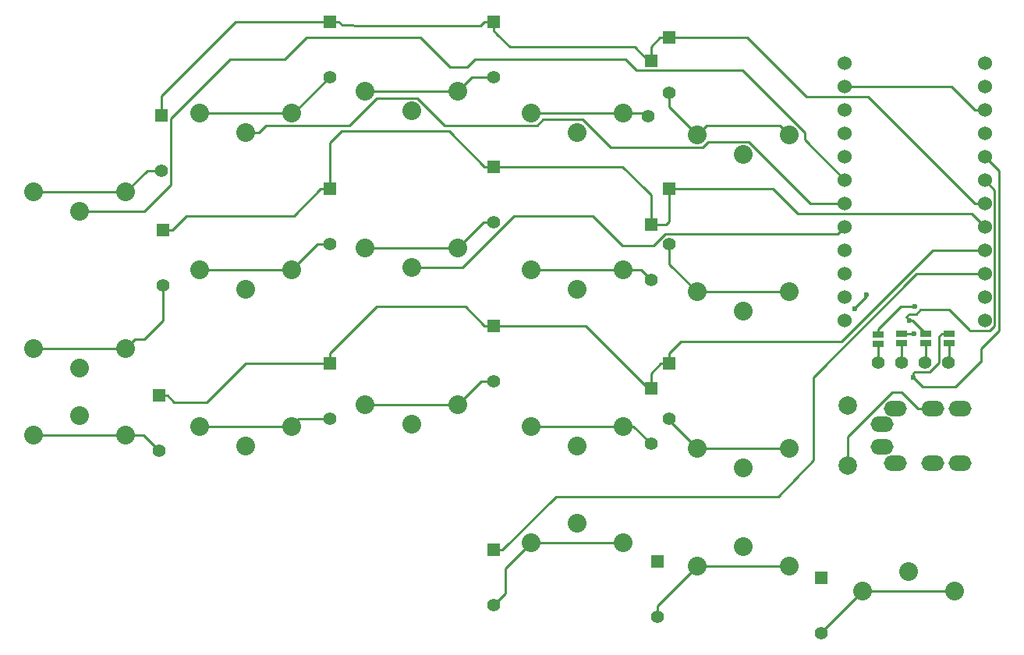
<source format=gbl>
G04 #@! TF.GenerationSoftware,KiCad,Pcbnew,(5.1.4-0-10_14)*
G04 #@! TF.CreationDate,2020-06-25T09:28:44+01:00*
G04 #@! TF.ProjectId,crabby,63726162-6279-42e6-9b69-6361645f7063,2.1*
G04 #@! TF.SameCoordinates,Original*
G04 #@! TF.FileFunction,Copper,L2,Bot*
G04 #@! TF.FilePolarity,Positive*
%FSLAX46Y46*%
G04 Gerber Fmt 4.6, Leading zero omitted, Abs format (unit mm)*
G04 Created by KiCad (PCBNEW (5.1.4-0-10_14)) date 2020-06-25 09:28:44*
%MOMM*%
%LPD*%
G04 APERTURE LIST*
%ADD10C,2.032000*%
%ADD11C,2.000000*%
%ADD12R,1.143000X0.635000*%
%ADD13C,1.397000*%
%ADD14R,1.397000X1.397000*%
%ADD15C,1.524000*%
%ADD16O,2.500000X1.700000*%
%ADD17C,0.600000*%
%ADD18C,0.250000*%
G04 APERTURE END LIST*
D10*
X49000000Y-40900000D03*
X39000000Y-40900000D03*
X44000000Y-43000000D03*
X67000000Y-32340000D03*
X57000000Y-32340000D03*
X62000000Y-34440000D03*
X85000000Y-29980000D03*
X75000000Y-29980000D03*
X80000000Y-32080000D03*
X103000000Y-32340000D03*
X93000000Y-32340000D03*
X98000000Y-34440000D03*
X121000000Y-34720000D03*
X111000000Y-34720000D03*
X116000000Y-36820000D03*
X49000000Y-57900000D03*
X39000000Y-57900000D03*
X44000000Y-60000000D03*
X67000000Y-49340000D03*
X57000000Y-49340000D03*
X62000000Y-51440000D03*
X85000000Y-46970000D03*
X75000000Y-46970000D03*
X80000000Y-49070000D03*
X103000000Y-49340000D03*
X93000000Y-49340000D03*
X98000000Y-51440000D03*
X121000000Y-51720000D03*
X111000000Y-51720000D03*
X116000000Y-53820000D03*
X49000000Y-67305000D03*
X39000000Y-67305000D03*
X44000000Y-65205000D03*
X67000000Y-66345000D03*
X57000000Y-66345000D03*
X62000000Y-68445000D03*
X85000000Y-63970000D03*
X75000000Y-63970000D03*
X80000000Y-66070000D03*
X103000000Y-66345000D03*
X93000000Y-66345000D03*
X98000000Y-68445000D03*
X139000000Y-84200000D03*
X129000000Y-84200000D03*
X134000000Y-82100000D03*
X103000000Y-78980000D03*
X93000000Y-78980000D03*
X98000000Y-76880000D03*
X121000000Y-68720000D03*
X111000000Y-68720000D03*
X116000000Y-70820000D03*
X121000000Y-81520000D03*
X111000000Y-81520000D03*
X116000000Y-79420000D03*
D11*
X127390000Y-70610000D03*
X127390000Y-64110000D03*
D12*
X138410000Y-56269620D03*
X138410000Y-57270380D03*
X135830000Y-57290380D03*
X135830000Y-56289620D03*
X133250000Y-56319620D03*
X133250000Y-57320380D03*
X130700000Y-57350000D03*
X130700000Y-56349240D03*
D13*
X138320000Y-59450000D03*
X135780000Y-59450000D03*
X133240000Y-59450000D03*
X130700000Y-59450000D03*
X108000000Y-65545000D03*
D14*
X108000000Y-59545000D03*
D15*
X127011400Y-26922000D03*
X127011400Y-29462000D03*
X127011400Y-32002000D03*
X127011400Y-34542000D03*
X127011400Y-37082000D03*
X127011400Y-39622000D03*
X127011400Y-42162000D03*
X127011400Y-44702000D03*
X127011400Y-47242000D03*
X127011400Y-49782000D03*
X127011400Y-52322000D03*
X127011400Y-54862000D03*
X142231400Y-54862000D03*
X142231400Y-52322000D03*
X142231400Y-49782000D03*
X142231400Y-47242000D03*
X142231400Y-44702000D03*
X142231400Y-42162000D03*
X142231400Y-39622000D03*
X142231400Y-37082000D03*
X142231400Y-34542000D03*
X142231400Y-32002000D03*
X142231400Y-29462000D03*
X142231400Y-26922000D03*
D16*
X131060000Y-66150000D03*
X132560000Y-70350000D03*
X136560000Y-70350000D03*
X139560000Y-70350000D03*
X136560000Y-64400000D03*
X139560000Y-64400000D03*
X131060000Y-68600000D03*
X132560000Y-64400000D03*
D13*
X52840000Y-38560000D03*
D14*
X52840000Y-32560000D03*
X71120000Y-22400000D03*
D13*
X71120000Y-28400000D03*
X88900000Y-28400000D03*
D14*
X88900000Y-22400000D03*
D13*
X105680000Y-32670000D03*
D14*
X106000000Y-26670000D03*
D13*
X107950000Y-30130000D03*
D14*
X107950000Y-24130000D03*
D13*
X53070000Y-51060000D03*
D14*
X53070000Y-45060000D03*
X71120000Y-40545000D03*
D13*
X71120000Y-46545000D03*
X88900000Y-44170000D03*
D14*
X88900000Y-38170000D03*
D13*
X106000000Y-50450000D03*
D14*
X106000000Y-44450000D03*
D13*
X108000000Y-46545000D03*
D14*
X108000000Y-40545000D03*
D13*
X52570000Y-68995000D03*
D14*
X52570000Y-62995000D03*
D13*
X71120000Y-65545000D03*
D14*
X71120000Y-59545000D03*
X88900000Y-55420000D03*
D13*
X88900000Y-61420000D03*
X106000000Y-68230000D03*
D14*
X106000000Y-62230000D03*
D13*
X88900000Y-85780000D03*
D14*
X88900000Y-79780000D03*
D13*
X106680000Y-87050000D03*
D14*
X106680000Y-81050000D03*
D13*
X124460000Y-88780000D03*
D14*
X124460000Y-82780000D03*
D17*
X134640000Y-53350000D03*
X134540000Y-56270000D03*
X129430000Y-52090000D03*
X128090000Y-53580000D03*
X134090000Y-54840000D03*
X134450000Y-61010000D03*
D18*
X52840000Y-32560000D02*
X52840000Y-30459666D01*
X60899666Y-22400000D02*
X70171500Y-22400000D01*
X52840000Y-30459666D02*
X60899666Y-22400000D01*
X70171500Y-22400000D02*
X71120000Y-22400000D01*
X72468801Y-22800301D02*
X72068500Y-22400000D01*
X104221801Y-25160301D02*
X90711801Y-25160301D01*
X105731500Y-26670000D02*
X104221801Y-25160301D01*
X72068500Y-22400000D02*
X71120000Y-22400000D01*
X88900000Y-22400000D02*
X88900000Y-22860000D01*
X106000000Y-25721500D02*
X106000000Y-26670000D01*
X106000000Y-25131500D02*
X106000000Y-25721500D01*
X107001500Y-24130000D02*
X106000000Y-25131500D01*
X107950000Y-24130000D02*
X107001500Y-24130000D01*
X110490000Y-24130000D02*
X107950000Y-24130000D01*
X88900000Y-23348500D02*
X88900000Y-22400000D01*
X90711801Y-25160301D02*
X89290750Y-23739250D01*
X89290750Y-23739250D02*
X88900000Y-23348500D01*
X87951500Y-22400000D02*
X87491500Y-22860000D01*
X88900000Y-22400000D02*
X87951500Y-22400000D01*
X87491500Y-22860000D02*
X74930000Y-22860000D01*
X74930000Y-22860000D02*
X72468801Y-22800301D01*
X108898500Y-24130000D02*
X107950000Y-24130000D01*
X116450334Y-24130000D02*
X108898500Y-24130000D01*
X122869335Y-30549001D02*
X116450334Y-24130000D01*
X129540771Y-30549001D02*
X122869335Y-30549001D01*
X141153770Y-42162000D02*
X129540771Y-30549001D01*
X142231400Y-42162000D02*
X141153770Y-42162000D01*
X102940000Y-38170000D02*
X88900000Y-38170000D01*
X87951500Y-38170000D02*
X84071500Y-34290000D01*
X88900000Y-38170000D02*
X87951500Y-38170000D01*
X84071500Y-34290000D02*
X72390000Y-34290000D01*
X71120000Y-35560000D02*
X71120000Y-40545000D01*
X72390000Y-34290000D02*
X71120000Y-35560000D01*
X54018500Y-45060000D02*
X53070000Y-45060000D01*
X55578001Y-43500499D02*
X54018500Y-45060000D01*
X67216001Y-43500499D02*
X55578001Y-43500499D01*
X70171500Y-40545000D02*
X67216001Y-43500499D01*
X71120000Y-40545000D02*
X70171500Y-40545000D01*
X108000000Y-40545000D02*
X108000000Y-44078500D01*
X108948500Y-40545000D02*
X108000000Y-40545000D01*
X119259046Y-40545000D02*
X108948500Y-40545000D01*
X121963047Y-43249001D02*
X119259046Y-40545000D01*
X140823401Y-43249001D02*
X121963047Y-43249001D01*
X142276400Y-44702000D02*
X140823401Y-43249001D01*
X106000000Y-41230000D02*
X106000000Y-44450000D01*
X105410000Y-40640000D02*
X106000000Y-41230000D01*
X105410000Y-40640000D02*
X102940000Y-38170000D01*
X107628500Y-44450000D02*
X108000000Y-44078500D01*
X106000000Y-44450000D02*
X107628500Y-44450000D01*
X51340000Y-38560000D02*
X49000000Y-40900000D01*
X52840000Y-38560000D02*
X51340000Y-38560000D01*
X49000000Y-40900000D02*
X39000000Y-40900000D01*
X89848500Y-55420000D02*
X88900000Y-55420000D01*
X98921500Y-55420000D02*
X89848500Y-55420000D01*
X105731500Y-62230000D02*
X98921500Y-55420000D01*
X53518500Y-62995000D02*
X52570000Y-62995000D01*
X54244401Y-63720901D02*
X53518500Y-62995000D01*
X57805637Y-63720901D02*
X54244401Y-63720901D01*
X61981538Y-59545000D02*
X57805637Y-63720901D01*
X71120000Y-59545000D02*
X61981538Y-59545000D01*
X87951500Y-55420000D02*
X85871500Y-53340000D01*
X88900000Y-55420000D02*
X87951500Y-55420000D01*
X71120000Y-58596500D02*
X71120000Y-59545000D01*
X71120000Y-58415954D02*
X71120000Y-58596500D01*
X76195954Y-53340000D02*
X71120000Y-58415954D01*
X85871500Y-53340000D02*
X76195954Y-53340000D01*
X109220000Y-57150000D02*
X108000000Y-58370000D01*
X108000000Y-58370000D02*
X108000000Y-59545000D01*
X121920000Y-57150000D02*
X109220000Y-57150000D01*
X124460000Y-57150000D02*
X121920000Y-57150000D01*
X106000000Y-61281500D02*
X106000000Y-62230000D01*
X107051500Y-59545000D02*
X106000000Y-60596500D01*
X106000000Y-60596500D02*
X106000000Y-61281500D01*
X108000000Y-59545000D02*
X107051500Y-59545000D01*
X136598000Y-47242000D02*
X126730000Y-57110000D01*
X142231400Y-47242000D02*
X136598000Y-47242000D01*
X126730000Y-57110000D02*
X121920000Y-57150000D01*
X67000000Y-32340000D02*
X57000000Y-32340000D01*
X71120000Y-28400000D02*
X67180000Y-32340000D01*
X67180000Y-32340000D02*
X67000000Y-32340000D01*
X89848500Y-79780000D02*
X88900000Y-79780000D01*
X95679501Y-73948999D02*
X89848500Y-79780000D01*
X123630000Y-60990000D02*
X123630000Y-70040000D01*
X119848999Y-73948999D02*
X95679501Y-73948999D01*
X123630000Y-70040000D02*
X119848999Y-73948999D01*
X134838000Y-49782000D02*
X123630000Y-60990000D01*
X142231400Y-49782000D02*
X134838000Y-49782000D01*
X86580000Y-28400000D02*
X85000000Y-29980000D01*
X88900000Y-28400000D02*
X86580000Y-28400000D01*
X85000000Y-29980000D02*
X75000000Y-29980000D01*
X103330000Y-32670000D02*
X103000000Y-32340000D01*
X103000000Y-32340000D02*
X93000000Y-32340000D01*
X105350000Y-32340000D02*
X105680000Y-32670000D01*
X103000000Y-32340000D02*
X105350000Y-32340000D01*
X112015999Y-33704001D02*
X111000000Y-34720000D01*
X119984001Y-33704001D02*
X112015999Y-33704001D01*
X121000000Y-34720000D02*
X119984001Y-33704001D01*
X107950000Y-31670000D02*
X111000000Y-34720000D01*
X107950000Y-30130000D02*
X107950000Y-31670000D01*
X53070000Y-51060000D02*
X53070000Y-54840000D01*
X49000000Y-57900000D02*
X39000000Y-57900000D01*
X51025999Y-56884001D02*
X53070000Y-54840000D01*
X50015999Y-56884001D02*
X51025999Y-56884001D01*
X49000000Y-57900000D02*
X50015999Y-56884001D01*
X69795000Y-46545000D02*
X67000000Y-49340000D01*
X71120000Y-46545000D02*
X69795000Y-46545000D01*
X67000000Y-49340000D02*
X57000000Y-49340000D01*
X87800000Y-44170000D02*
X85000000Y-46970000D01*
X88900000Y-44170000D02*
X87800000Y-44170000D01*
X75000000Y-46970000D02*
X85000000Y-46970000D01*
X103000000Y-49340000D02*
X93000000Y-49340000D01*
X104890000Y-49340000D02*
X106000000Y-50450000D01*
X103000000Y-49340000D02*
X104890000Y-49340000D01*
X108000000Y-48720000D02*
X111000000Y-51720000D01*
X108000000Y-46545000D02*
X108000000Y-48720000D01*
X119563160Y-51720000D02*
X111000000Y-51720000D01*
X121000000Y-51720000D02*
X119563160Y-51720000D01*
X39000000Y-67305000D02*
X49000000Y-67305000D01*
X50880000Y-67305000D02*
X52570000Y-68995000D01*
X49000000Y-67305000D02*
X50880000Y-67305000D01*
X67000000Y-66345000D02*
X57000000Y-66345000D01*
X71120000Y-65545000D02*
X67800000Y-65545000D01*
X67800000Y-65545000D02*
X67000000Y-66345000D01*
X85000000Y-63970000D02*
X75000000Y-63970000D01*
X88900000Y-61420000D02*
X87550000Y-61420000D01*
X87550000Y-61420000D02*
X85000000Y-63970000D01*
X103000000Y-66345000D02*
X93000000Y-66345000D01*
X104115000Y-66345000D02*
X103000000Y-66345000D01*
X106000000Y-68230000D02*
X104115000Y-66345000D01*
X111000000Y-68720000D02*
X108000000Y-65720000D01*
X108000000Y-65720000D02*
X108000000Y-65545000D01*
X121000000Y-68720000D02*
X111000000Y-68720000D01*
X103000000Y-78980000D02*
X93000000Y-78980000D01*
X93000000Y-78980000D02*
X90170000Y-81810000D01*
X90170000Y-84510000D02*
X88900000Y-85780000D01*
X90170000Y-81810000D02*
X90170000Y-84510000D01*
X121000000Y-81520000D02*
X111000000Y-81520000D01*
X106680000Y-85840000D02*
X106680000Y-87050000D01*
X111000000Y-81520000D02*
X106680000Y-85840000D01*
X139000000Y-84200000D02*
X129000000Y-84200000D01*
X124460000Y-88740000D02*
X124460000Y-88780000D01*
X129000000Y-84200000D02*
X124460000Y-88740000D01*
X128089030Y-29462000D02*
X127011400Y-29462000D01*
X138613770Y-29462000D02*
X128089030Y-29462000D01*
X141153770Y-32002000D02*
X138613770Y-29462000D01*
X142231400Y-32002000D02*
X141153770Y-32002000D01*
X130700000Y-55781740D02*
X130700000Y-56349240D01*
X133131740Y-53350000D02*
X130700000Y-55781740D01*
X134640000Y-53350000D02*
X133131740Y-53350000D01*
X134980000Y-64400000D02*
X133224990Y-62644990D01*
X136480000Y-64400000D02*
X134980000Y-64400000D01*
X132604990Y-62644990D02*
X132323295Y-62644990D01*
X133224990Y-62644990D02*
X132604990Y-62644990D01*
X127390000Y-67428285D02*
X127390000Y-70610000D01*
X132173295Y-62644990D02*
X127390000Y-67428285D01*
X132604990Y-62644990D02*
X132173295Y-62644990D01*
X133299620Y-56270000D02*
X133250000Y-56319620D01*
X134540000Y-56270000D02*
X133299620Y-56270000D01*
X44000000Y-43000000D02*
X49350000Y-43000000D01*
X50980000Y-43000000D02*
X44000000Y-43000000D01*
X60279835Y-26500499D02*
X53863501Y-32916833D01*
X66273547Y-26500499D02*
X60279835Y-26500499D01*
X80968462Y-24130000D02*
X68644046Y-24130000D01*
X104393835Y-27693501D02*
X103200833Y-26500499D01*
X68644046Y-24130000D02*
X66273547Y-26500499D01*
X53863501Y-32916833D02*
X53863501Y-40116499D01*
X115958183Y-27693501D02*
X104393835Y-27693501D01*
X84194363Y-27355901D02*
X80968462Y-24130000D01*
X53863501Y-40116499D02*
X50980000Y-43000000D01*
X86919835Y-26500499D02*
X86064433Y-27355901D01*
X103200833Y-26500499D02*
X86919835Y-26500499D01*
X122675901Y-34411219D02*
X115958183Y-27693501D01*
X86064433Y-27355901D02*
X84194363Y-27355901D01*
X127056400Y-39622000D02*
X122675901Y-35241501D01*
X122675901Y-35241501D02*
X122675901Y-34411219D01*
X63436840Y-34440000D02*
X62000000Y-34440000D01*
X73283681Y-33681001D02*
X64195839Y-33681001D01*
X76225683Y-30738999D02*
X73283681Y-33681001D01*
X80643681Y-30738999D02*
X76225683Y-30738999D01*
X93643681Y-33681001D02*
X83585683Y-33681001D01*
X64195839Y-33681001D02*
X63436840Y-34440000D01*
X98564682Y-33020000D02*
X94304682Y-33020000D01*
X101605683Y-36061001D02*
X98564682Y-33020000D01*
X111643681Y-36061001D02*
X101605683Y-36061001D01*
X112225683Y-35478999D02*
X111643681Y-36061001D01*
X116643681Y-35478999D02*
X112225683Y-35478999D01*
X123326682Y-42162000D02*
X116643681Y-35478999D01*
X83585683Y-33681001D02*
X80643681Y-30738999D01*
X94304682Y-33020000D02*
X93643681Y-33681001D01*
X127056400Y-42162000D02*
X123326682Y-42162000D01*
X85514782Y-49070000D02*
X80000000Y-49070000D01*
X91119501Y-43500499D02*
X90170000Y-44450000D01*
X99720165Y-43500499D02*
X91119501Y-43500499D01*
X102935567Y-46715901D02*
X99720165Y-43500499D01*
X127056400Y-44702000D02*
X126284899Y-45473501D01*
X106314317Y-46715901D02*
X102935567Y-46715901D01*
X90170000Y-44450000D02*
X85514782Y-49070000D01*
X107556717Y-45473501D02*
X106314317Y-46715901D01*
X126284899Y-45473501D02*
X107556717Y-45473501D01*
X129430000Y-52200000D02*
X128000000Y-53630000D01*
X129430000Y-52090000D02*
X129430000Y-52200000D01*
X143318401Y-40709001D02*
X143318401Y-55383761D01*
X142231400Y-39622000D02*
X143318401Y-40709001D01*
X143318400Y-55421600D02*
X143318400Y-55410000D01*
X142790999Y-55949001D02*
X143318400Y-55421600D01*
X140540999Y-55949001D02*
X142790999Y-55949001D01*
X134380380Y-54840000D02*
X135830000Y-56289620D01*
X134090000Y-54840000D02*
X134380380Y-54840000D01*
X133705000Y-54455000D02*
X134090000Y-54840000D01*
X133710000Y-54460000D02*
X133705000Y-54455000D01*
X134025000Y-54145000D02*
X133710000Y-54460000D01*
X134785000Y-54145000D02*
X134025000Y-54145000D01*
X135255001Y-53674999D02*
X134785000Y-54145000D01*
X138334999Y-53674999D02*
X135255001Y-53674999D01*
X140540999Y-55880999D02*
X138334999Y-53674999D01*
X142231400Y-37082000D02*
X143768410Y-38619010D01*
X143768410Y-55958410D02*
X141816820Y-57910000D01*
X143768410Y-38619010D02*
X143768410Y-55958410D01*
X141816820Y-57910000D02*
X141816820Y-59303180D01*
X137296499Y-56561621D02*
X137588500Y-56269620D01*
X137296499Y-59448283D02*
X137296499Y-56561621D01*
X136271281Y-60473501D02*
X137296499Y-59448283D01*
X134562235Y-60473501D02*
X136271281Y-60473501D01*
X137588500Y-56269620D02*
X138410000Y-56269620D01*
X134450000Y-60585736D02*
X134562235Y-60473501D01*
X134450000Y-61010000D02*
X134450000Y-60585736D01*
X134450000Y-61010000D02*
X135480000Y-62040000D01*
X139080000Y-62040000D02*
X141800000Y-59320000D01*
X135480000Y-62040000D02*
X139080000Y-62040000D01*
X141800000Y-59320000D02*
X140110000Y-61010000D01*
X141816820Y-59303180D02*
X141800000Y-59320000D01*
X130700000Y-57350000D02*
X130700000Y-59450000D01*
X133250000Y-59440000D02*
X133240000Y-59450000D01*
X133250000Y-57320380D02*
X133250000Y-59440000D01*
X138410000Y-59360000D02*
X138320000Y-59450000D01*
X138410000Y-57270380D02*
X138410000Y-59360000D01*
X135830000Y-59400000D02*
X135780000Y-59450000D01*
X135830000Y-57290380D02*
X135830000Y-59400000D01*
M02*

</source>
